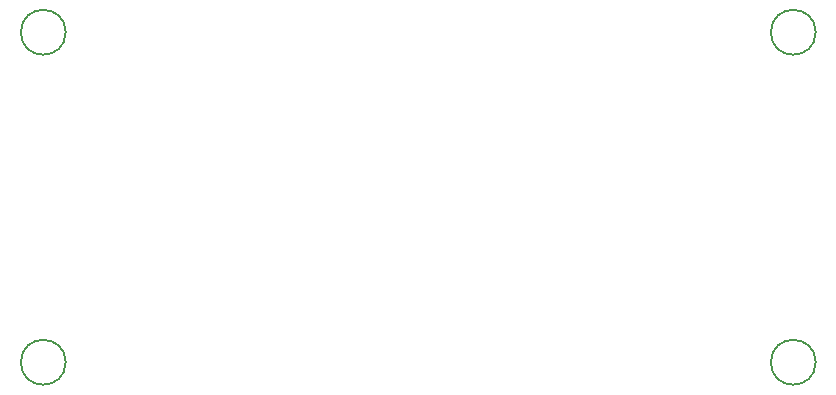
<source format=gbr>
G04 #@! TF.GenerationSoftware,KiCad,Pcbnew,5.1.5-52549c5~84~ubuntu18.04.1*
G04 #@! TF.CreationDate,2020-02-28T14:28:58+00:00*
G04 #@! TF.ProjectId,etl_driver_pcb,65746c5f-6472-4697-9665-725f7063622e,rev?*
G04 #@! TF.SameCoordinates,Original*
G04 #@! TF.FileFunction,Other,Comment*
%FSLAX46Y46*%
G04 Gerber Fmt 4.6, Leading zero omitted, Abs format (unit mm)*
G04 Created by KiCad (PCBNEW 5.1.5-52549c5~84~ubuntu18.04.1) date 2020-02-28 14:28:58*
%MOMM*%
%LPD*%
G04 APERTURE LIST*
%ADD10C,0.150000*%
G04 APERTURE END LIST*
D10*
X128646000Y-127254000D02*
G75*
G03X128646000Y-127254000I-1900000J0D01*
G01*
X128646000Y-99314000D02*
G75*
G03X128646000Y-99314000I-1900000J0D01*
G01*
X192146000Y-99314000D02*
G75*
G03X192146000Y-99314000I-1900000J0D01*
G01*
X192146000Y-127254000D02*
G75*
G03X192146000Y-127254000I-1900000J0D01*
G01*
M02*

</source>
